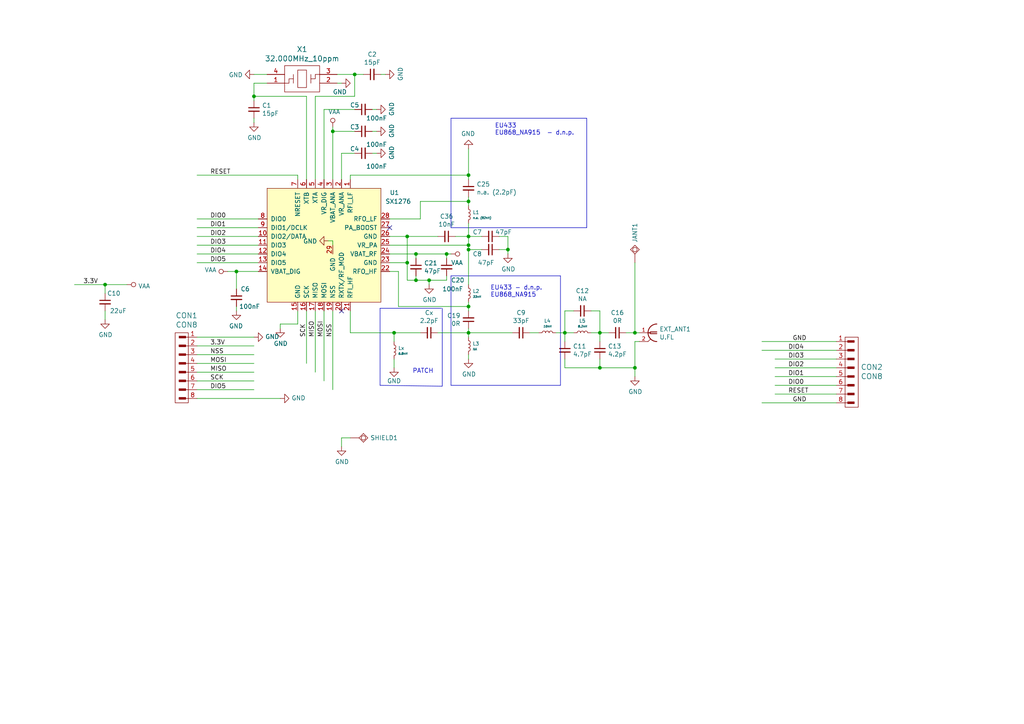
<source format=kicad_sch>
(kicad_sch (version 20230121) (generator eeschema)
  (paper "A4")
  (lib_symbols
    (symbol "LoRa_RevA-rescue:TESTPAD-OLIMEX_OTHER" (pin_numbers hide) (pin_names (offset 0) hide)
      (property "Reference" "TESTPAD" (at -2.54 1.524 0))
      (symbol "TESTPAD-OLIMEX_OTHER_1_0"
        (polyline (pts (xy 0 0) (xy 1.27 -1.27)))
        (polyline (pts (xy 1.27 -1.27) (xy 2.54 0)))
        (polyline (pts (xy 1.27 1.27) (xy 0 0)))
        (polyline (pts (xy 2.54 0) (xy 1.27 1.27)))
      )
      (symbol "TESTPAD-OLIMEX_OTHER_1_1"
        (circle (center 1.27 0) (radius 0.635))
        (pin passive line (at -2.54 0 0) (length 2.54) (name "Pad") (number "1"))
      )
    )
    (symbol "LoRa_RevA:CON8" (pin_names (offset 1.016))
      (property "Reference" "CON" (at -1.27 10.16 0))
      (property "Value" "CON8" (at -1.27 -12.7 0))
      (symbol "CON8_0_0"
        (rectangle (start -2.6416 -10.3124) (end -0.8636 -9.9568))
        (rectangle (start -2.6416 -7.7724) (end -0.8636 -7.4168))
        (rectangle (start -2.6416 -5.2324) (end -0.8636 -4.8768))
        (rectangle (start -2.6416 -2.6924) (end -0.8636 -2.3368))
        (rectangle (start -2.6416 -0.1524) (end -0.8636 0.2032))
        (rectangle (start -2.6416 2.3876) (end -0.8636 2.7432))
        (rectangle (start -2.6416 4.9276) (end -0.8636 5.2832))
        (rectangle (start -2.6162 -10.2108) (end -0.9652 -10.1092))
        (rectangle (start -2.6162 -7.6708) (end -0.9652 -7.5692))
        (rectangle (start -2.6162 -5.1308) (end -0.9652 -5.0292))
        (rectangle (start -2.6162 -2.5908) (end -0.9652 -2.4892))
        (rectangle (start -2.6162 -0.0508) (end -0.9652 0.0508))
        (rectangle (start -2.6162 2.4892) (end -0.9652 2.5908))
        (rectangle (start -2.6162 5.0292) (end -0.9652 5.1308))
        (rectangle (start -2.6162 7.4676) (end -0.8382 7.8232))
        (rectangle (start -2.5908 7.5946) (end -0.9398 7.6962))
        (rectangle (start -0.9652 -10.033) (end -2.6416 -10.2362))
        (rectangle (start -0.9652 -7.493) (end -2.6416 -7.6962))
        (rectangle (start -0.9652 -4.953) (end -2.6416 -5.1562))
        (rectangle (start -0.9652 -2.413) (end -2.6416 -2.6162))
        (rectangle (start -0.9652 0.127) (end -2.6416 -0.0762))
        (rectangle (start -0.9652 2.667) (end -2.6416 2.4638))
        (rectangle (start -0.9652 5.207) (end -2.6416 5.0038))
        (rectangle (start -0.8636 7.7216) (end -2.54 7.5184))
        (rectangle (start -0.7366 -9.8552) (end -2.667 -10.414))
        (rectangle (start -0.7366 -7.3152) (end -2.667 -7.874))
        (rectangle (start -0.7366 -4.7752) (end -2.667 -5.334))
        (rectangle (start -0.7366 -2.2352) (end -2.667 -2.794))
        (rectangle (start -0.7366 0.3048) (end -2.667 -0.254))
        (rectangle (start -0.7366 2.8448) (end -2.667 2.286))
        (rectangle (start -0.7366 5.3848) (end -2.667 4.826))
        (rectangle (start -0.7366 7.9248) (end -2.667 7.366))
        (polyline (pts (xy 0 -10.16) (xy -0.762 -10.16)))
        (polyline (pts (xy 0 -7.62) (xy -0.762 -7.62)))
        (polyline (pts (xy 0 -5.08) (xy -0.762 -5.08)))
        (polyline (pts (xy 0 -2.54) (xy -0.762 -2.54)))
        (polyline (pts (xy 0 0) (xy -0.762 0)))
        (polyline (pts (xy 0 2.54) (xy -0.762 2.54)))
        (polyline (pts (xy 0 5.08) (xy -0.762 5.08)))
        (polyline (pts (xy 0 7.62) (xy -0.762 7.62)))
      )
      (symbol "CON8_0_1"
        (rectangle (start -3.81 8.89) (end 0 -11.43))
      )
      (symbol "CON8_1_1"
        (pin passive line (at 2.54 7.62 180) (length 2.54) (name "~") (number "1"))
        (pin passive line (at 2.54 5.08 180) (length 2.54) (name "~") (number "2"))
        (pin passive line (at 2.54 2.54 180) (length 2.54) (name "~") (number "3"))
        (pin passive line (at 2.54 0 180) (length 2.54) (name "~") (number "4"))
        (pin passive line (at 2.54 -2.54 180) (length 2.54) (name "~") (number "5"))
        (pin passive line (at 2.54 -5.08 180) (length 2.54) (name "~") (number "6"))
        (pin passive line (at 2.54 -7.62 180) (length 2.54) (name "~") (number "7"))
        (pin passive line (at 2.54 -10.16 180) (length 2.54) (name "~") (number "8"))
      )
    )
    (symbol "LoRa_RevA:CRYSTAL_4P" (pin_names (offset 1.016))
      (property "Reference" "X" (at 0 6.35 0))
      (property "Value" "CRYSTAL_4P" (at 0 -5.08 0))
      (symbol "CRYSTAL_4P_0_1"
        (rectangle (start -5.08 3.81) (end 5.08 -3.81))
        (rectangle (start -1.27 2.54) (end 1.27 -2.54))
        (polyline (pts (xy -2.54 1.27) (xy -2.54 -1.27)))
        (polyline (pts (xy 2.54 1.27) (xy 2.54 -1.27)))
        (polyline (pts (xy -2.54 0) (xy -3.81 0) (xy -3.81 -1.27) (xy -5.08 -1.27)))
        (polyline (pts (xy 2.54 0) (xy 3.81 0) (xy 3.81 1.27) (xy 5.08 1.27)))
      )
      (symbol "CRYSTAL_4P_1_1"
        (pin input line (at -10.16 -1.27 0) (length 5.08) (name "~") (number "1"))
        (pin passive line (at 10.16 -1.27 180) (length 5.08) (name "~") (number "2"))
        (pin bidirectional line (at 10.16 1.27 180) (length 5.08) (name "~") (number "3"))
        (pin passive line (at -10.16 1.27 0) (length 5.08) (name "~") (number "4"))
      )
    )
    (symbol "LoRa_RevA:C_Small" (pin_numbers hide) (pin_names (offset 0.254) hide)
      (property "Reference" "C" (at 0.254 1.778 0))
      (property "Value" "C_Small" (at 0.254 -2.032 0))
      (symbol "C_Small_0_1"
        (polyline (pts (xy -1.524 -0.508) (xy 1.524 -0.508)) (stroke (width 0.3302)))
        (polyline (pts (xy -1.524 0.508) (xy 1.524 0.508)) (stroke (width 0.3048)))
      )
      (symbol "C_Small_1_1"
        (pin passive line (at 0 2.54 270) (length 1.905) (name "~") (number "1"))
        (pin passive line (at 0 -2.54 90) (length 2.032) (name "~") (number "2"))
      )
    )
    (symbol "LoRa_RevA:GND" (power) (pin_names (offset 0))
      (property "Value" "GND" (at 0 -3.81 0))
      (symbol "GND_0_1"
        (polyline (pts (xy 0 0) (xy 0 -1.27) (xy 1.27 -1.27) (xy 0 -2.54) (xy -1.27 -1.27) (xy 0 -1.27)))
      )
      (symbol "GND_1_1"
        (pin power_in line (at 0 0 270) (length 0) hide (name "GND") (number "1"))
      )
    )
    (symbol "LoRa_RevA:Ind_Small" (pin_numbers hide) (pin_names (offset 0.254) hide)
      (property "Reference" "L" (at -1.27 1.27 0))
      (property "Value" "Ind_Small" (at -1.524 -0.762 0))
      (symbol "Ind_Small_0_1"
        (arc (start -0.508 0) (mid -1.016 0.5058) (end -1.524 0))
        (polyline (pts (xy -2.032 0) (xy -1.524 0)))
        (polyline (pts (xy 2.032 0) (xy 1.524 0)))
        (arc (start 0.508 0) (mid 0 0.5058) (end -0.508 0))
        (arc (start 1.524 0) (mid 1.016 0.5058) (end 0.508 0))
      )
      (symbol "Ind_Small_1_1"
        (pin passive line (at -2.54 0 0) (length 0.508) (name "1") (number "1"))
        (pin passive line (at 2.54 0 180) (length 0.508) (name "2") (number "2"))
      )
    )
    (symbol "LoRa_RevA:SMA_F_ST_PCB" (pin_names (offset 1.016))
      (property "Reference" "EXT_ANT" (at -6.35 3.81 0))
      (property "Value" "SMA_F_ST_PCB" (at -8.89 -5.08 0))
      (symbol "SMA_F_ST_PCB_1_0"
        (polyline (pts (xy -2.54 0.254) (xy -0.762 0.254)) (stroke (width 0.254)))
        (polyline (pts (xy -0.762 -0.254) (xy -2.54 -0.254)) (stroke (width 0.254)))
        (polyline (pts (xy -0.762 0.254) (xy -0.508 0)) (stroke (width 0.254)))
        (polyline (pts (xy -0.508 0) (xy -0.762 -0.254)) (stroke (width 0.254)))
        (polyline (pts (xy 0 -2.54) (xy -0.762 -1.778)))
        (polyline (pts (xy 0 0) (xy -0.508 0)) (stroke (width 0.254)))
      )
      (symbol "SMA_F_ST_PCB_1_1"
        (arc (start -2.54 -2.54) (mid -0.011 0) (end -2.54 2.54) (stroke (width 0.254)))
        (pin passive line (at 2.54 0 180) (length 2.54) (name "~") (number "1"))
        (pin power_in line (at 2.54 -2.54 180) (length 2.54) (name "~") (number "2"))
        (pin power_in line (at 2.54 -2.54 180) (length 2.54) hide (name "~") (number "3"))
        (pin power_in line (at 2.54 -2.54 180) (length 2.54) hide (name "~") (number "4"))
        (pin power_in line (at 2.54 -2.54 180) (length 2.54) hide (name "~") (number "5"))
      )
    )
    (symbol "LoRa_RevA:SX1276" (pin_names (offset 1.016))
      (property "Reference" "U" (at 21.59 16.51 0))
      (property "Value" "SX1276" (at 24.13 13.97 0))
      (symbol "SX1276_0_1"
        (rectangle (start -16.51 16.51) (end 16.51 -16.51) (fill (type background)))
      )
      (symbol "SX1276_1_1"
        (pin input line (at -19.05 7.62 0) (length 2.54) (name "RFI_LF") (number "1"))
        (pin bidirectional line (at -2.54 -19.05 90) (length 2.54) (name "DIO2/DATA") (number "10"))
        (pin bidirectional line (at 0 -19.05 90) (length 2.54) (name "DIO3") (number "11"))
        (pin bidirectional line (at 2.54 -19.05 90) (length 2.54) (name "DIO4") (number "12"))
        (pin bidirectional line (at 5.08 -19.05 90) (length 2.54) (name "DIO5") (number "13"))
        (pin power_in line (at 7.62 -19.05 90) (length 2.54) (name "VBAT_DIG") (number "14"))
        (pin power_in line (at 19.05 -7.62 180) (length 2.54) (name "GND") (number "15"))
        (pin input line (at 19.05 -5.08 180) (length 2.54) (name "SCK") (number "16"))
        (pin output line (at 19.05 -2.54 180) (length 2.54) (name "MISO") (number "17"))
        (pin input line (at 19.05 0 180) (length 2.54) (name "MOSI") (number "18"))
        (pin input line (at 19.05 2.54 180) (length 2.54) (name "NSS") (number "19"))
        (pin power_in line (at -19.05 5.08 0) (length 2.54) (name "VR_ANA") (number "2"))
        (pin output line (at 19.05 5.08 180) (length 2.54) (name "RXTX/RF_MOD") (number "20"))
        (pin input line (at 19.05 7.62 180) (length 2.54) (name "RFI_HF") (number "21"))
        (pin output line (at 7.62 19.05 270) (length 2.54) (name "RFO_HF") (number "22"))
        (pin power_in line (at 5.08 19.05 270) (length 2.54) (name "GND") (number "23"))
        (pin power_in line (at 2.54 19.05 270) (length 2.54) (name "VBAT_RF") (number "24"))
        (pin power_in line (at 0 19.05 270) (length 2.54) (name "VR_PA") (number "25"))
        (pin power_in line (at -2.54 19.05 270) (length 2.54) (name "GND") (number "26"))
        (pin output line (at -5.08 19.05 270) (length 2.54) (name "PA_BOOST") (number "27"))
        (pin output line (at -7.62 19.05 270) (length 2.54) (name "RFO_LF") (number "28"))
        (pin power_in line (at 0 2.54 0) (length 2.54) (name "GND") (number "29"))
        (pin power_in line (at -19.05 2.54 0) (length 2.54) (name "VBAT_ANA") (number "3"))
        (pin power_in line (at -19.05 0 0) (length 2.54) (name "VR_DIG") (number "4"))
        (pin bidirectional line (at -19.05 -2.54 0) (length 2.54) (name "XTA") (number "5"))
        (pin bidirectional line (at -19.05 -5.08 0) (length 2.54) (name "XTB") (number "6"))
        (pin bidirectional line (at -19.05 -7.62 0) (length 2.54) (name "NRESET") (number "7"))
        (pin bidirectional line (at -7.62 -19.05 90) (length 2.54) (name "DIO0") (number "8"))
        (pin bidirectional line (at -5.08 -19.05 90) (length 2.54) (name "DIO1/DCLK") (number "9"))
      )
    )
    (symbol "LoRa_RevA:TESTPAD" (pin_numbers hide) (pin_names (offset 0) hide)
      (property "Reference" "TESTPAD" (at -2.54 1.524 0))
      (symbol "TESTPAD_1_0"
        (polyline (pts (xy 0 0) (xy 1.27 -1.27)))
        (polyline (pts (xy 1.27 -1.27) (xy 2.54 0)))
        (polyline (pts (xy 1.27 1.27) (xy 0 0)))
        (polyline (pts (xy 2.54 0) (xy 1.27 1.27)))
      )
      (symbol "TESTPAD_1_1"
        (circle (center 1.27 0) (radius 0.635))
        (pin passive line (at -2.54 0 0) (length 2.54) (name "Pad") (number "1"))
      )
    )
    (symbol "LoRa_RevA:VAA" (power) (pin_names (offset 0))
      (property "Value" "VAA" (at 0 3.81 0))
      (symbol "VAA_0_1"
        (polyline (pts (xy 0 0) (xy 0 1.27)))
        (circle (center 0 1.905) (radius 0.635))
      )
      (symbol "VAA_1_1"
        (pin power_in line (at 0 0 90) (length 0) hide (name "VAA") (number "1"))
      )
    )
  )
  (junction (at 135.89 71.12))
  (junction (at 129.54 73.66))
  (junction (at 135.89 88.9))
  (junction (at 135.89 68.58))
  (junction (at 135.89 96.52))
  (junction (at 124.46 81.28))
  (junction (at 118.11 68.58))
  (junction (at 68.58 78.74))
  (junction (at 147.32 72.39))
  (junction (at 118.11 76.2))
  (junction (at 114.3 96.52))
  (junction (at 120.65 81.28))
  (junction (at 184.15 96.52))
  (junction (at 96.52 38.1))
  (junction (at 173.99 96.52))
  (junction (at 173.99 106.68))
  (junction (at 135.89 58.42))
  (junction (at 184.15 106.68))
  (junction (at 30.48 82.55))
  (junction (at 135.89 72.39))
  (junction (at 102.87 21.59))
  (junction (at 120.65 73.66))
  (junction (at 73.66 27.94))
  (junction (at 163.83 96.52))
  (junction (at 135.89 50.8))
  (no_connect (at 99.06 90.17))
  (no_connect (at 113.03 66.04))
  (polyline (pts (xy 130.81 111.76) (xy 162.56 111.76)))
  (wire (pts (xy 129.54 81.28) (xy 129.54 80.01)))
  (wire (pts (xy 95.25 69.85) (xy 96.52 69.85)))
  (wire (pts (xy 135.89 50.8) (xy 135.89 52.07)))
  (wire (pts (xy 107.95 38.1) (xy 109.22 38.1)))
  (wire (pts (xy 101.6 96.52) (xy 114.3 96.52)))
  (wire (pts (xy 173.99 96.52) (xy 176.53 96.52)))
  (wire (pts (xy 107.95 44.45) (xy 109.22 44.45)))
  (wire (pts (xy 173.99 96.52) (xy 173.99 99.06)))
  (wire (pts (xy 30.48 85.09) (xy 30.48 82.55)))
  (wire (pts (xy 144.78 68.58) (xy 147.32 68.58)))
  (wire (pts (xy 57.15 100.33) (xy 73.66 100.33)))
  (polyline (pts (xy 110.236 89.408) (xy 110.236 111.76)))
  (wire (pts (xy 163.83 90.17) (xy 163.83 96.52)))
  (wire (pts (xy 73.66 27.94) (xy 88.9 27.94)))
  (wire (pts (xy 101.6 90.17) (xy 101.6 96.52)))
  (wire (pts (xy 105.41 21.59) (xy 102.87 21.59)))
  (wire (pts (xy 173.99 106.68) (xy 163.83 106.68)))
  (wire (pts (xy 93.98 31.75) (xy 93.98 52.07)))
  (wire (pts (xy 120.65 80.01) (xy 120.65 81.28)))
  (wire (pts (xy 173.99 90.17) (xy 173.99 96.52)))
  (wire (pts (xy 135.89 97.79) (xy 135.89 96.52)))
  (wire (pts (xy 99.06 127) (xy 99.06 129.54)))
  (wire (pts (xy 88.9 27.94) (xy 88.9 52.07)))
  (wire (pts (xy 74.93 71.12) (xy 57.15 71.12)))
  (wire (pts (xy 118.11 76.2) (xy 118.11 81.28)))
  (wire (pts (xy 184.15 76.2) (xy 184.15 96.52)))
  (wire (pts (xy 135.89 72.39) (xy 139.7 72.39)))
  (wire (pts (xy 161.29 96.52) (xy 163.83 96.52)))
  (wire (pts (xy 101.6 127) (xy 99.06 127)))
  (wire (pts (xy 184.15 109.22) (xy 184.15 106.68)))
  (wire (pts (xy 120.65 81.28) (xy 124.46 81.28)))
  (wire (pts (xy 185.42 99.06) (xy 184.15 99.06)))
  (wire (pts (xy 86.36 93.98) (xy 81.28 93.98)))
  (wire (pts (xy 129.54 73.66) (xy 129.54 74.93)))
  (wire (pts (xy 77.47 24.13) (xy 73.66 24.13)))
  (wire (pts (xy 68.58 88.9) (xy 68.58 90.17)))
  (wire (pts (xy 74.93 73.66) (xy 57.15 73.66)))
  (wire (pts (xy 135.89 87.63) (xy 135.89 88.9)))
  (polyline (pts (xy 162.56 80.01) (xy 130.81 80.01)))
  (wire (pts (xy 91.44 27.94) (xy 91.44 52.07)))
  (wire (pts (xy 147.32 72.39) (xy 144.78 72.39)))
  (wire (pts (xy 184.15 96.52) (xy 185.42 96.52)))
  (wire (pts (xy 127 96.52) (xy 135.89 96.52)))
  (polyline (pts (xy 128.27 112.014) (xy 128.27 89.408)))
  (wire (pts (xy 242.57 104.14) (xy 224.79 104.14)))
  (wire (pts (xy 147.32 68.58) (xy 147.32 72.39)))
  (wire (pts (xy 57.15 102.87) (xy 73.66 102.87)))
  (wire (pts (xy 101.6 50.8) (xy 135.89 50.8)))
  (wire (pts (xy 166.37 96.52) (xy 163.83 96.52)))
  (wire (pts (xy 114.3 104.14) (xy 114.3 106.68)))
  (wire (pts (xy 30.48 82.55) (xy 36.83 82.55)))
  (wire (pts (xy 74.93 68.58) (xy 57.15 68.58)))
  (polyline (pts (xy 170.18 66.04) (xy 170.18 34.29)))
  (wire (pts (xy 57.15 105.41) (xy 73.66 105.41)))
  (wire (pts (xy 135.89 64.77) (xy 135.89 68.58)))
  (wire (pts (xy 135.89 96.52) (xy 135.89 95.25)))
  (wire (pts (xy 99.06 24.13) (xy 97.79 24.13)))
  (wire (pts (xy 163.83 99.06) (xy 163.83 96.52)))
  (wire (pts (xy 66.04 78.74) (xy 68.58 78.74)))
  (wire (pts (xy 135.89 43.18) (xy 135.89 50.8)))
  (polyline (pts (xy 128.016 89.408) (xy 110.236 89.408)))
  (wire (pts (xy 135.89 96.52) (xy 148.59 96.52)))
  (polyline (pts (xy 130.81 66.04) (xy 170.18 66.04)))
  (wire (pts (xy 30.48 90.17) (xy 30.48 92.71)))
  (wire (pts (xy 115.57 78.74) (xy 115.57 88.9)))
  (wire (pts (xy 242.57 109.22) (xy 224.79 109.22)))
  (wire (pts (xy 96.52 38.1) (xy 102.87 38.1)))
  (wire (pts (xy 86.36 90.17) (xy 86.36 93.98)))
  (wire (pts (xy 118.11 68.58) (xy 113.03 68.58)))
  (wire (pts (xy 99.06 52.07) (xy 99.06 44.45)))
  (wire (pts (xy 242.57 106.68) (xy 224.79 106.68)))
  (wire (pts (xy 113.03 76.2) (xy 118.11 76.2)))
  (wire (pts (xy 242.57 99.06) (xy 220.98 99.06)))
  (wire (pts (xy 74.93 76.2) (xy 57.15 76.2)))
  (wire (pts (xy 121.92 58.42) (xy 121.92 63.5)))
  (wire (pts (xy 127 68.58) (xy 118.11 68.58)))
  (wire (pts (xy 74.93 78.74) (xy 68.58 78.74)))
  (wire (pts (xy 73.66 29.21) (xy 73.66 27.94)))
  (wire (pts (xy 73.66 107.95) (xy 57.15 107.95)))
  (wire (pts (xy 86.36 52.07) (xy 86.36 50.8)))
  (polyline (pts (xy 110.236 111.76) (xy 128.27 112.014)))
  (wire (pts (xy 171.45 96.52) (xy 173.99 96.52)))
  (wire (pts (xy 57.15 115.57) (xy 81.28 115.57)))
  (wire (pts (xy 242.57 111.76) (xy 224.79 111.76)))
  (wire (pts (xy 184.15 106.68) (xy 173.99 106.68)))
  (wire (pts (xy 57.15 110.49) (xy 73.66 110.49)))
  (wire (pts (xy 171.45 90.17) (xy 173.99 90.17)))
  (wire (pts (xy 132.08 68.58) (xy 135.89 68.58)))
  (wire (pts (xy 114.3 96.52) (xy 121.92 96.52)))
  (wire (pts (xy 120.65 73.66) (xy 129.54 73.66)))
  (wire (pts (xy 135.89 57.15) (xy 135.89 58.42)))
  (wire (pts (xy 121.92 63.5) (xy 113.03 63.5)))
  (wire (pts (xy 120.65 73.66) (xy 120.65 74.93)))
  (wire (pts (xy 102.87 27.94) (xy 102.87 21.59)))
  (polyline (pts (xy 130.81 80.01) (xy 130.81 111.76)))
  (wire (pts (xy 81.28 93.98) (xy 81.28 95.25)))
  (wire (pts (xy 57.15 97.79) (xy 73.66 97.79)))
  (wire (pts (xy 184.15 99.06) (xy 184.15 106.68)))
  (wire (pts (xy 113.03 73.66) (xy 120.65 73.66)))
  (wire (pts (xy 91.44 90.17) (xy 91.44 107.95)))
  (wire (pts (xy 91.44 27.94) (xy 102.87 27.94)))
  (wire (pts (xy 181.61 96.52) (xy 184.15 96.52)))
  (wire (pts (xy 242.57 114.3) (xy 224.79 114.3)))
  (wire (pts (xy 135.89 71.12) (xy 135.89 68.58)))
  (wire (pts (xy 135.89 102.87) (xy 135.89 104.14)))
  (wire (pts (xy 96.52 52.07) (xy 96.52 38.1)))
  (wire (pts (xy 74.93 63.5) (xy 57.15 63.5)))
  (wire (pts (xy 135.89 58.42) (xy 121.92 58.42)))
  (wire (pts (xy 166.37 90.17) (xy 163.83 90.17)))
  (wire (pts (xy 124.46 81.28) (xy 124.46 82.55)))
  (wire (pts (xy 135.89 71.12) (xy 135.89 72.39)))
  (wire (pts (xy 124.46 81.28) (xy 129.54 81.28)))
  (wire (pts (xy 118.11 68.58) (xy 118.11 76.2)))
  (wire (pts (xy 113.03 78.74) (xy 115.57 78.74)))
  (wire (pts (xy 135.89 90.17) (xy 135.89 88.9)))
  (wire (pts (xy 96.52 36.83) (xy 96.52 38.1)))
  (wire (pts (xy 173.99 104.14) (xy 173.99 106.68)))
  (wire (pts (xy 86.36 50.8) (xy 57.15 50.8)))
  (wire (pts (xy 68.58 78.74) (xy 68.58 83.82)))
  (wire (pts (xy 102.87 31.75) (xy 93.98 31.75)))
  (wire (pts (xy 96.52 90.17) (xy 96.52 113.03)))
  (wire (pts (xy 153.67 96.52) (xy 156.21 96.52)))
  (wire (pts (xy 135.89 72.39) (xy 135.89 82.55)))
  (wire (pts (xy 73.66 24.13) (xy 73.66 27.94)))
  (wire (pts (xy 242.57 101.6) (xy 220.98 101.6)))
  (wire (pts (xy 115.57 88.9) (xy 135.89 88.9)))
  (polyline (pts (xy 130.81 34.29) (xy 130.81 66.04)))
  (wire (pts (xy 57.15 113.03) (xy 73.66 113.03)))
  (wire (pts (xy 242.57 116.84) (xy 220.98 116.84)))
  (wire (pts (xy 114.3 99.06) (xy 114.3 96.52)))
  (wire (pts (xy 101.6 52.07) (xy 101.6 50.8)))
  (wire (pts (xy 21.59 82.55) (xy 30.48 82.55)))
  (wire (pts (xy 73.66 21.59) (xy 77.47 21.59)))
  (wire (pts (xy 118.11 81.28) (xy 120.65 81.28)))
  (wire (pts (xy 93.98 90.17) (xy 93.98 110.49)))
  (wire (pts (xy 135.89 59.69) (xy 135.89 58.42)))
  (polyline (pts (xy 170.18 34.29) (xy 130.81 34.29)))
  (wire (pts (xy 102.87 21.59) (xy 97.79 21.59)))
  (wire (pts (xy 135.89 68.58) (xy 139.7 68.58)))
  (polyline (pts (xy 162.56 111.76) (xy 162.56 80.01)))
  (wire (pts (xy 99.06 44.45) (xy 102.87 44.45)))
  (wire (pts (xy 147.32 72.39) (xy 147.32 73.66)))
  (wire (pts (xy 163.83 104.14) (xy 163.83 106.68)))
  (wire (pts (xy 74.93 66.04) (xy 57.15 66.04)))
  (wire (pts (xy 113.03 71.12) (xy 135.89 71.12)))
  (wire (pts (xy 73.66 34.29) (xy 73.66 35.56)))
  (wire (pts (xy 88.9 90.17) (xy 88.9 105.41)))
  (wire (pts (xy 130.81 73.66) (xy 129.54 73.66)))
  (wire (pts (xy 96.52 69.85) (xy 96.52 71.12)))
  (wire (pts (xy 110.49 21.59) (xy 111.76 21.59)))
  (wire (pts (xy 107.95 31.75) (xy 109.22 31.75)))
  (text "PATCH" (at 119.634 108.458 0) (effects (font (size 1.27 1.27)) (justify left bottom)))
  (text "EU433\nEU868_NA915  - d.n.p." (at 143.51 39.37 0) (effects (font (size 1.27 1.27)) (justify left bottom)))
  (text "EU433 - d.n.p.\nEU868_NA915 " (at 142.24 86.36 0) (effects (font (size 1.27 1.27)) (justify left bottom)))
  (label "DIO1" (at 60.96 66.04 0))
  (label "SCK" (at 88.9 97.79 90))
  (label "DIO0" (at 228.6 111.76 0))
  (label "NSS" (at 96.52 97.79 90))
  (label "MOSI" (at 60.96 105.41 0))
  (label "MISO" (at 60.96 107.95 0))
  (label "DIO5" (at 60.96 76.2 0))
  (label "NSS" (at 60.96 102.87 0))
  (label "DIO5" (at 60.96 113.03 0))
  (label "3.3V" (at 24.13 82.55 0))
  (label "DIO2" (at 60.96 68.58 0))
  (label "RESET" (at 60.96 50.8 0))
  (label "SCK" (at 60.96 110.49 0))
  (label "GND" (at 229.87 116.84 0))
  (label "DIO1" (at 228.6 109.22 0))
  (label "DIO4" (at 60.96 73.66 0))
  (label "DIO0" (at 60.96 63.5 0))
  (label "GND" (at 229.87 99.06 0))
  (label "MISO" (at 91.44 97.79 90))
  (label "MOSI" (at 93.98 97.79 90))
  (label "DIO2" (at 228.6 106.68 0))
  (label "DIO3" (at 228.6 104.14 0))
  (label "3.3V" (at 60.96 100.33 0))
  (label "DIO4" (at 228.6 101.6 0))
  (label "DIO3" (at 60.96 71.12 0))
  (label "RESET" (at 228.6 114.3 0))
  (symbol (lib_id "LoRa_RevA:SX1276") (at 93.98 71.12 270) (unit 1)
    (property "Reference" "U1" (at 113.03 55.88 90) (effects (justify left)))
    (property "Value" "SX1276" (at 111.76 58.42 90) (effects (justify left)))
    (property "Footprint" "OLIMEX_IC-FP:QFN-28_EP_6x6_Pitch0.65mm" (effects hide))
  )
  (symbol (lib_id "LoRa_RevA:GND") (at 95.25 69.85 270) (unit 1)
    (property "Reference" "#PWR010" (effects hide))
    (property "Value" "GND" (at 91.9988 69.977 90) (effects (justify right)))
  )
  (symbol (lib_id "LoRa_RevA:C_Small") (at 120.65 77.47 0) (unit 1)
    (property "Reference" "C21" (at 122.9868 76.3016 0) (effects (justify left)))
    (property "Value" "47pF" (at 122.9868 78.613 0) (effects (justify left)))
    (property "Footprint" "OLIMEX_RLC-FP:C_0402_5MIL_DWS" (effects hide))
  )
  (symbol (lib_id "LoRa_RevA:C_Small") (at 129.54 77.47 0) (unit 1)
    (property "Reference" "C20" (at 130.81 81.28 0) (effects (justify left)))
    (property "Value" "100nF" (at 128.27 83.82 0) (effects (justify left)))
    (property "Footprint" "OLIMEX_RLC-FP:C_0402_5MIL_DWS" (effects hide))
  )
  (symbol (lib_id "LoRa_RevA:GND") (at 124.46 82.55 0) (unit 1)
    (property "Reference" "#PWR017" (effects hide))
    (property "Value" "GND" (at 124.587 86.9442 0))
  )
  (symbol (lib_id "LoRa_RevA:C_Small") (at 129.54 68.58 270) (unit 1)
    (property "Reference" "C36" (at 129.54 62.7634 90))
    (property "Value" "10nF" (at 129.54 65.0748 90))
    (property "Footprint" "OLIMEX_RLC-FP:C_0402_5MIL_DWS" (effects hide))
  )
  (symbol (lib_id "LoRa_RevA:C_Small") (at 142.24 68.58 270) (unit 1)
    (property "Reference" "C7" (at 138.43 67.31 90))
    (property "Value" "47pF" (at 146.05 67.31 90))
    (property "Footprint" "OLIMEX_RLC-FP:C_0402_5MIL_DWS" (effects hide))
  )
  (symbol (lib_id "LoRa_RevA:C_Small") (at 142.24 72.39 270) (unit 1)
    (property "Reference" "C8" (at 138.43 73.66 90))
    (property "Value" "47pF" (at 140.97 76.2 90))
    (property "Footprint" "OLIMEX_RLC-FP:C_0402_5MIL_DWS" (effects hide))
  )
  (symbol (lib_id "LoRa_RevA:GND") (at 147.32 73.66 0) (unit 1)
    (property "Reference" "#PWR021" (effects hide))
    (property "Value" "GND" (at 147.447 78.0542 0))
  )
  (symbol (lib_id "LoRa_RevA:Ind_Small") (at 135.89 62.23 270) (unit 1)
    (property "Reference" "L1" (at 137.1092 61.595 90) (effects (font (size 0.9906 0.9906)) (justify left)))
    (property "Value" "n.a. (82nH)" (at 137.1092 63.1952 90) (effects (font (size 0.6096 0.6096) italic) (justify left)))
    (property "Footprint" "OLIMEX_RLC-FP:L_0402_5MIL_DWS" (effects hide))
  )
  (symbol (lib_id "LoRa_RevA:C_Small") (at 135.89 54.61 0) (unit 1)
    (property "Reference" "C25" (at 138.2268 53.4416 0) (effects (justify left)))
    (property "Value" "n.a. (2.2pF)" (at 138.2268 55.753 0) (effects (justify left)))
    (property "Footprint" "OLIMEX_RLC-FP:C_0402_5MIL_DWS" (effects hide))
  )
  (symbol (lib_id "LoRa_RevA:GND") (at 135.89 43.18 180) (unit 1)
    (property "Reference" "#PWR019" (effects hide))
    (property "Value" "GND" (at 135.763 38.7858 0))
  )
  (symbol (lib_id "LoRa_RevA:Ind_Small") (at 135.89 85.09 270) (mirror x) (unit 1)
    (property "Reference" "L2" (at 137.1092 84.455 90) (effects (font (size 0.9906 0.9906)) (justify left)))
    (property "Value" "33nH" (at 137.1092 86.0552 90) (effects (font (size 0.6096 0.6096) italic) (justify left)))
    (property "Footprint" "OLIMEX_RLC-FP:L_0402_5MIL_DWS" (effects hide))
  )
  (symbol (lib_id "LoRa_RevA:C_Small") (at 135.89 92.71 0) (mirror x) (unit 1)
    (property "Reference" "C19" (at 133.5786 91.5416 0) (effects (justify right)))
    (property "Value" "0R" (at 133.5786 93.853 0) (effects (justify right)))
    (property "Footprint" "OLIMEX_RLC-FP:C_0402_5MIL_DWS" (effects hide))
  )
  (symbol (lib_id "LoRa_RevA:Ind_Small") (at 135.89 100.33 270) (mirror x) (unit 1)
    (property "Reference" "L3" (at 137.0838 99.695 90) (effects (font (size 0.9906 0.9906)) (justify left)))
    (property "Value" "NA" (at 137.0838 101.2952 90) (effects (font (size 0.6096 0.6096) italic) (justify left)))
    (property "Footprint" "OLIMEX_RLC-FP:L_0402_5MIL_DWS" (effects hide))
  )
  (symbol (lib_id "LoRa_RevA:GND") (at 135.89 104.14 0) (unit 1)
    (property "Reference" "#PWR020" (effects hide))
    (property "Value" "GND" (at 136.017 108.5342 0))
  )
  (symbol (lib_id "LoRa_RevA:C_Small") (at 151.13 96.52 270) (unit 1)
    (property "Reference" "C9" (at 151.13 90.7034 90))
    (property "Value" "33pF" (at 151.13 93.0148 90))
    (property "Footprint" "OLIMEX_RLC-FP:C_0402_5MIL_DWS" (effects hide))
  )
  (symbol (lib_id "LoRa_RevA:Ind_Small") (at 158.75 96.52 0) (unit 1)
    (property "Reference" "L4" (at 158.75 93.0656 0) (effects (font (size 0.9906 0.9906))))
    (property "Value" "10nH" (at 158.75 94.6658 0) (effects (font (size 0.6096 0.6096) italic)))
    (property "Footprint" "OLIMEX_RLC-FP:L_0402_5MIL_DWS" (effects hide))
  )
  (symbol (lib_id "LoRa_RevA:C_Small") (at 163.83 101.6 0) (unit 1)
    (property "Reference" "C11" (at 166.1668 100.4316 0) (effects (justify left)))
    (property "Value" "4.7pF" (at 166.1668 102.743 0) (effects (justify left)))
    (property "Footprint" "OLIMEX_RLC-FP:C_0402_5MIL_DWS" (effects hide))
  )
  (symbol (lib_id "LoRa_RevA:C_Small") (at 168.91 90.17 270) (unit 1)
    (property "Reference" "C12" (at 168.91 84.3534 90))
    (property "Value" "NA" (at 168.91 86.6648 90))
    (property "Footprint" "OLIMEX_RLC-FP:C_0402_5MIL_DWS" (effects hide))
  )
  (symbol (lib_id "LoRa_RevA:C_Small") (at 173.99 101.6 0) (unit 1)
    (property "Reference" "C13" (at 176.3268 100.4316 0) (effects (justify left)))
    (property "Value" "4.2pF" (at 176.3268 102.743 0) (effects (justify left)))
    (property "Footprint" "OLIMEX_RLC-FP:C_0402_5MIL_DWS" (effects hide))
  )
  (symbol (lib_id "LoRa_RevA:Ind_Small") (at 168.91 96.52 0) (unit 1)
    (property "Reference" "L5" (at 168.91 93.0656 0) (effects (font (size 0.9906 0.9906))))
    (property "Value" "8.2nH" (at 168.91 94.6658 0) (effects (font (size 0.6096 0.6096) italic)))
    (property "Footprint" "OLIMEX_RLC-FP:L_0402_5MIL_DWS" (effects hide))
  )
  (symbol (lib_id "LoRa_RevA:C_Small") (at 179.07 96.52 270) (unit 1)
    (property "Reference" "C16" (at 179.07 90.7034 90))
    (property "Value" "0R" (at 179.07 93.0148 90))
    (property "Footprint" "OLIMEX_RLC-FP:C_0402_5MIL_DWS" (effects hide))
  )
  (symbol (lib_id "LoRa_RevA:SMA_F_ST_PCB") (at 187.96 96.52 0) (mirror y) (unit 1)
    (property "Reference" "EXT_ANT1" (at 191.262 95.4786 0) (effects (justify right)))
    (property "Value" "U.FL" (at 191.262 97.79 0) (effects (justify right)))
    (property "Footprint" "OLIMEX_Connectors-FP:U.FL-R-SMT-1" (effects hide))
  )
  (symbol (lib_id "LoRa_RevA:GND") (at 184.15 109.22 0) (unit 1)
    (property "Reference" "#PWR022" (effects hide))
    (property "Value" "GND" (at 184.277 113.6142 0))
  )
  (symbol (lib_id "LoRa_RevA:CRYSTAL_4P") (at 87.63 22.86 0) (unit 1)
    (property "Reference" "X1" (at 87.63 14.3002 0) (effects (font (size 1.524 1.524))))
    (property "Value" "32.000MHz_10ppm" (at 87.63 16.9926 0) (effects (font (size 1.524 1.524))))
    (property "Footprint" "OLIMEX_Crystal-FP:SMD2016_4p" (effects hide))
  )
  (symbol (lib_id "LoRa_RevA:TESTPAD") (at 184.15 73.66 90) (unit 1)
    (property "Reference" "JANT1" (at 184.15 70.4088 0) (effects (justify left)))
    (property "Value" "TESTPAD" (effects hide))
    (property "Footprint" "OLIMEX_TestPoints-FP:TP_SMD" (effects hide))
  )
  (symbol (lib_id "LoRa_RevA:GND") (at 73.66 21.59 270) (unit 1)
    (property "Reference" "#PWR05" (effects hide))
    (property "Value" "GND" (at 70.4088 21.717 90) (effects (justify right)))
  )
  (symbol (lib_id "LoRa_RevA:GND") (at 99.06 24.13 90) (unit 1)
    (property "Reference" "#PWR012" (effects hide))
    (property "Value" "GND" (at 96.52 26.67 90) (effects (justify right)))
  )
  (symbol (lib_id "LoRa_RevA:C_Small") (at 73.66 31.75 0) (unit 1)
    (property "Reference" "C1" (at 75.9968 30.5816 0) (effects (justify left)))
    (property "Value" "15pF" (at 75.9968 32.893 0) (effects (justify left)))
    (property "Footprint" "OLIMEX_RLC-FP:C_0402_5MIL_DWS" (effects hide))
  )
  (symbol (lib_id "LoRa_RevA:C_Small") (at 107.95 21.59 90) (unit 1)
    (property "Reference" "C2" (at 107.95 15.7734 90))
    (property "Value" "15pF" (at 107.95 18.0848 90))
    (property "Footprint" "OLIMEX_RLC-FP:C_0402_5MIL_DWS" (effects hide))
  )
  (symbol (lib_id "LoRa_RevA:GND") (at 73.66 35.56 0) (unit 1)
    (property "Reference" "#PWR06" (effects hide))
    (property "Value" "GND" (at 73.787 39.9542 0))
  )
  (symbol (lib_id "LoRa_RevA:GND") (at 111.76 21.59 90) (unit 1)
    (property "Reference" "#PWR016" (effects hide))
    (property "Value" "GND" (at 116.1542 21.463 0))
  )
  (symbol (lib_id "LoRa_RevA-rescue:TESTPAD-OLIMEX_OTHER") (at 104.14 127 0) (unit 1)
    (property "Reference" "SHIELD1" (at 107.3912 127 0) (effects (justify left)))
    (property "Value" "TESTPAD" (effects hide))
    (property "Footprint" "OLIMEX_Other-FP:Shield1620" (effects hide))
  )
  (symbol (lib_id "LoRa_RevA:GND") (at 99.06 129.54 0) (unit 1)
    (property "Reference" "#PWR0101" (effects hide))
    (property "Value" "GND" (at 99.187 133.9342 0))
  )
  (symbol (lib_id "LoRa_RevA:C_Small") (at 105.41 31.75 90) (unit 1)
    (property "Reference" "C5" (at 102.87 30.48 90))
    (property "Value" "100nF" (at 109.22 34.29 90))
    (property "Footprint" "OLIMEX_RLC-FP:C_0402_5MIL_DWS" (effects hide))
  )
  (symbol (lib_id "LoRa_RevA:GND") (at 109.22 31.75 90) (unit 1)
    (property "Reference" "#PWR013" (effects hide))
    (property "Value" "GND" (at 113.6142 31.623 0))
  )
  (symbol (lib_id "LoRa_RevA:C_Small") (at 105.41 38.1 90) (unit 1)
    (property "Reference" "C3" (at 102.87 36.83 90))
    (property "Value" "100nF" (at 109.22 41.91 90))
    (property "Footprint" "OLIMEX_RLC-FP:C_0402_5MIL_DWS" (effects hide))
  )
  (symbol (lib_id "LoRa_RevA:GND") (at 109.22 38.1 90) (unit 1)
    (property "Reference" "#PWR014" (effects hide))
    (property "Value" "GND" (at 113.6142 37.973 0))
  )
  (symbol (lib_id "LoRa_RevA:C_Small") (at 105.41 44.45 90) (unit 1)
    (property "Reference" "C4" (at 102.87 43.18 90))
    (property "Value" "100nF" (at 109.22 48.26 90))
    (property "Footprint" "OLIMEX_RLC-FP:C_0402_5MIL_DWS" (effects hide))
  )
  (symbol (lib_id "LoRa_RevA:GND") (at 109.22 44.45 90) (unit 1)
    (property "Reference" "#PWR015" (effects hide))
    (property "Value" "GND" (at 113.6142 44.323 0))
  )
  (symbol (lib_id "LoRa_RevA:VAA") (at 96.52 36.83 0) (unit 1)
    (property "Reference" "#PWR011" (effects hide))
    (property "Value" "VAA" (at 96.9518 32.4358 0))
  )
  (symbol (lib_id "LoRa_RevA:C_Small") (at 68.58 86.36 0) (mirror y) (unit 1)
    (property "Reference" "C6" (at 71.12 83.82 0))
    (property "Value" "100nF" (at 72.39 88.9 0))
    (property "Footprint" "OLIMEX_RLC-FP:C_0402_5MIL_DWS" (effects hide))
  )
  (symbol (lib_id "LoRa_RevA:GND") (at 68.58 90.17 0) (mirror y) (unit 1)
    (property "Reference" "#PWR04" (effects hide))
    (property "Value" "GND" (at 68.453 94.5642 0))
  )
  (symbol (lib_id "LoRa_RevA:VAA") (at 66.04 78.74 90) (unit 1)
    (property "Reference" "#PWR03" (effects hide))
    (property "Value" "VAA" (at 62.8142 78.2828 90) (effects (justify left)))
  )
  (symbol (lib_id "LoRa_RevA:VAA") (at 130.81 73.66 270) (unit 1)
    (property "Reference" "#PWR018" (effects hide))
    (property "Value" "VAA" (at 130.81 76.2 90) (effects (justify left)))
  )
  (symbol (lib_id "LoRa_RevA:GND") (at 81.28 95.25 0) (unit 1)
    (property "Reference" "#PWR09" (effects hide))
    (property "Value" "GND" (at 81.407 99.6442 0))
  )
  (symbol (lib_id "LoRa_RevA:CON8") (at 54.61 105.41 0) (unit 1)
    (property "Reference" "CON1" (at 54.1274 91.5162 0) (effects (font (size 1.524 1.524))))
    (property "Value" "CON8" (at 54.1274 94.2086 0) (effects (font (size 1.524 1.524))))
    (property "Footprint" "OLIMEX_Connectors-FP:HN1x8_EDGE" (effects hide))
  )
  (symbol (lib_id "LoRa_RevA:GND") (at 73.66 97.79 90) (unit 1)
    (property "Reference" "#PWR07" (effects hide))
    (property "Value" "GND" (at 76.9112 97.663 90) (effects (justify right)))
  )
  (symbol (lib_id "LoRa_RevA:GND") (at 81.28 115.57 90) (unit 1)
    (property "Reference" "#PWR08" (effects hide))
    (property "Value" "GND" (at 84.5312 115.443 90) (effects (justify right)))
  )
  (symbol (lib_id "LoRa_RevA:CON8") (at 245.11 106.68 0) (mirror y) (unit 1)
    (property "Reference" "CON2" (at 249.6312 106.4768 0) (effects (font (size 1.524 1.524)) (justify right)))
    (property "Value" "CON8" (at 249.6312 109.1692 0) (effects (font (size 1.524 1.524)) (justify right)))
    (property "Footprint" "OLIMEX_Connectors-FP:HN1x8_EDGE" (effects hide))
  )
  (symbol (lib_id "LoRa_RevA:VAA") (at 36.83 82.55 270) (unit 1)
    (property "Reference" "#PWR02" (effects hide))
    (property "Value" "VAA" (at 40.0812 82.9818 90) (effects (justify left)))
  )
  (symbol (lib_id "LoRa_RevA:C_Small") (at 30.48 87.63 0) (mirror y) (unit 1)
    (property "Reference" "C10" (at 33.02 85.09 0))
    (property "Value" "22uF" (at 34.29 90.17 0))
    (property "Footprint" "OLIMEX_RLC-FP:C_0603_5MIL_DWS" (effects hide))
  )
  (symbol (lib_id "LoRa_RevA:GND") (at 30.48 92.71 0) (unit 1)
    (property "Reference" "#PWR01" (effects hide))
    (property "Value" "GND" (at 30.607 97.1042 0))
  )
  (symbol (lib_id "LoRa_RevA:C_Small") (at 124.46 96.52 270) (unit 1)
    (property "Reference" "Cx" (at 124.46 90.7034 90))
    (property "Value" "2.2pF" (at 124.46 93.0148 90))
    (property "Footprint" "OLIMEX_RLC-FP:C_0402_5MIL_DWS" (effects hide))
  )
  (symbol (lib_id "LoRa_RevA:Ind_Small") (at 114.3 101.6 270) (mirror x) (unit 1)
    (property "Reference" "Lx" (at 115.4938 100.965 90) (effects (font (size 0.9906 0.9906)) (justify left)))
    (property "Value" "6.8nH" (at 115.4938 102.5652 90) (effects (font (size 0.6096 0.6096) italic) (justify left)))
    (property "Footprint" "OLIMEX_RLC-FP:L_0402_5MIL_DWS" (effects hide))
  )
  (symbol (lib_id "LoRa_RevA:GND") (at 114.3 106.68 0) (unit 1)
    (property "Reference" "#PWR?" (effects hide))
    (property "Value" "GND" (at 114.3 110.49 0))
  )
)
</source>
